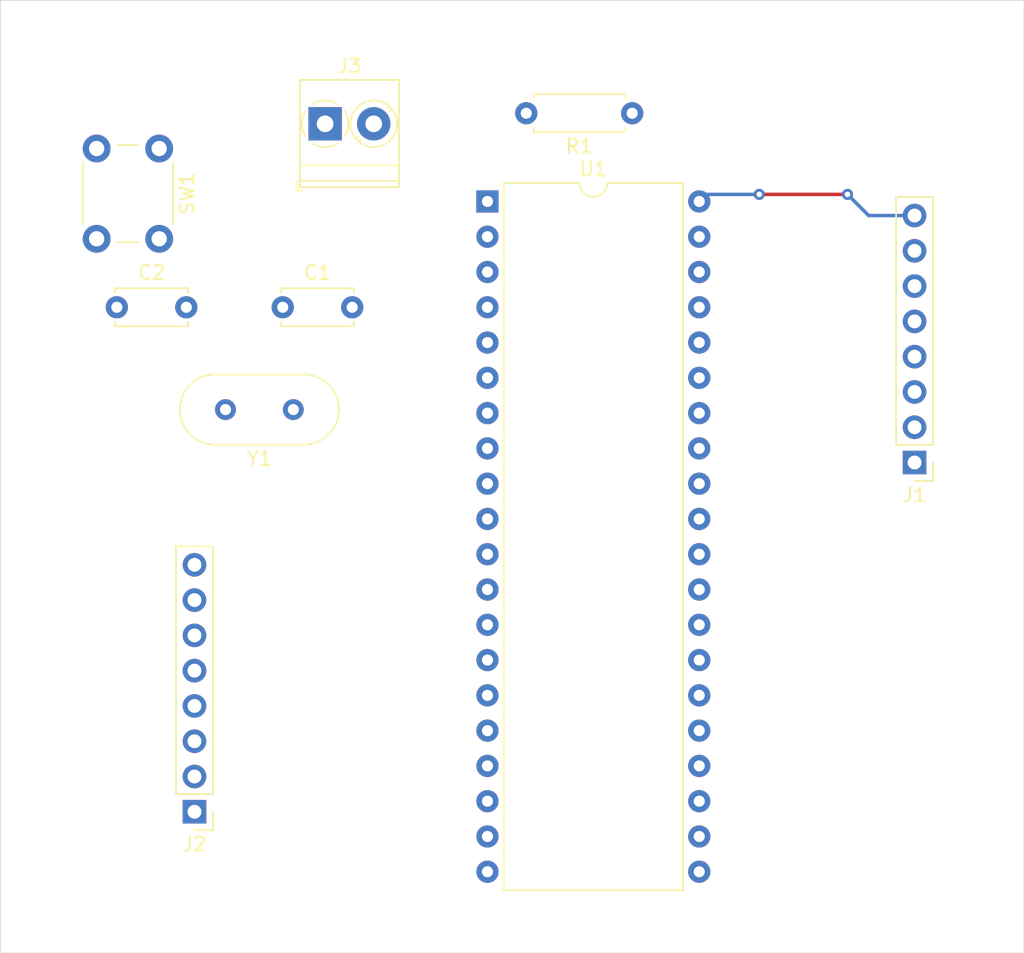
<source format=kicad_pcb>
(kicad_pcb (version 20171130) (host pcbnew "(5.1.4)-1")

  (general
    (thickness 1.6)
    (drawings 4)
    (tracks 7)
    (zones 0)
    (modules 9)
    (nets 39)
  )

  (page A4)
  (layers
    (0 F.Cu signal)
    (31 B.Cu signal)
    (32 B.Adhes user)
    (33 F.Adhes user)
    (34 B.Paste user)
    (35 F.Paste user)
    (36 B.SilkS user)
    (37 F.SilkS user)
    (38 B.Mask user)
    (39 F.Mask user)
    (40 Dwgs.User user)
    (41 Cmts.User user)
    (42 Eco1.User user)
    (43 Eco2.User user)
    (44 Edge.Cuts user)
    (45 Margin user)
    (46 B.CrtYd user)
    (47 F.CrtYd user)
    (48 B.Fab user)
    (49 F.Fab user)
  )

  (setup
    (last_trace_width 0.25)
    (trace_clearance 0.2)
    (zone_clearance 0.508)
    (zone_45_only no)
    (trace_min 0.2)
    (via_size 0.8)
    (via_drill 0.4)
    (via_min_size 0.4)
    (via_min_drill 0.3)
    (uvia_size 0.3)
    (uvia_drill 0.1)
    (uvias_allowed no)
    (uvia_min_size 0.2)
    (uvia_min_drill 0.1)
    (edge_width 0.05)
    (segment_width 0.2)
    (pcb_text_width 0.3)
    (pcb_text_size 1.5 1.5)
    (mod_edge_width 0.12)
    (mod_text_size 1 1)
    (mod_text_width 0.15)
    (pad_size 1.524 1.524)
    (pad_drill 0.762)
    (pad_to_mask_clearance 0.051)
    (solder_mask_min_width 0.25)
    (aux_axis_origin 0 0)
    (visible_elements 7FFFFFFF)
    (pcbplotparams
      (layerselection 0x010fc_ffffffff)
      (usegerberextensions false)
      (usegerberattributes false)
      (usegerberadvancedattributes false)
      (creategerberjobfile false)
      (excludeedgelayer true)
      (linewidth 0.100000)
      (plotframeref false)
      (viasonmask false)
      (mode 1)
      (useauxorigin false)
      (hpglpennumber 1)
      (hpglpenspeed 20)
      (hpglpendiameter 15.000000)
      (psnegative false)
      (psa4output false)
      (plotreference true)
      (plotvalue true)
      (plotinvisibletext false)
      (padsonsilk false)
      (subtractmaskfromsilk false)
      (outputformat 1)
      (mirror false)
      (drillshape 1)
      (scaleselection 1)
      (outputdirectory ""))
  )

  (net 0 "")
  (net 1 "Net-(C1-Pad1)")
  (net 2 GND)
  (net 3 "Net-(C2-Pad1)")
  (net 4 "Net-(J1-Pad1)")
  (net 5 "Net-(J1-Pad2)")
  (net 6 "Net-(J1-Pad3)")
  (net 7 "Net-(J1-Pad4)")
  (net 8 "Net-(J1-Pad5)")
  (net 9 "Net-(J1-Pad6)")
  (net 10 "Net-(J1-Pad7)")
  (net 11 "Net-(J1-Pad8)")
  (net 12 "Net-(J2-Pad8)")
  (net 13 "Net-(J2-Pad7)")
  (net 14 "Net-(J2-Pad6)")
  (net 15 "Net-(J2-Pad5)")
  (net 16 "Net-(J2-Pad4)")
  (net 17 "Net-(J2-Pad3)")
  (net 18 "Net-(J2-Pad2)")
  (net 19 "Net-(J2-Pad1)")
  (net 20 VDD)
  (net 21 "Net-(R1-Pad2)")
  (net 22 "Net-(U1-Pad3)")
  (net 23 "Net-(U1-Pad2)")
  (net 24 "Net-(U1-Pad4)")
  (net 25 "Net-(U1-Pad21)")
  (net 26 "Net-(U1-Pad22)")
  (net 27 "Net-(U1-Pad5)")
  (net 28 "Net-(U1-Pad6)")
  (net 29 "Net-(U1-Pad7)")
  (net 30 "Net-(U1-Pad27)")
  (net 31 "Net-(U1-Pad8)")
  (net 32 "Net-(U1-Pad28)")
  (net 33 "Net-(U1-Pad9)")
  (net 34 "Net-(U1-Pad29)")
  (net 35 "Net-(U1-Pad10)")
  (net 36 "Net-(U1-Pad30)")
  (net 37 "Net-(U1-Pad19)")
  (net 38 "Net-(U1-Pad20)")

  (net_class Default "Esta es la clase de red por defecto."
    (clearance 0.2)
    (trace_width 0.25)
    (via_dia 0.8)
    (via_drill 0.4)
    (uvia_dia 0.3)
    (uvia_drill 0.1)
    (add_net GND)
    (add_net "Net-(C1-Pad1)")
    (add_net "Net-(C2-Pad1)")
    (add_net "Net-(J1-Pad1)")
    (add_net "Net-(J1-Pad2)")
    (add_net "Net-(J1-Pad3)")
    (add_net "Net-(J1-Pad4)")
    (add_net "Net-(J1-Pad5)")
    (add_net "Net-(J1-Pad6)")
    (add_net "Net-(J1-Pad7)")
    (add_net "Net-(J1-Pad8)")
    (add_net "Net-(J2-Pad1)")
    (add_net "Net-(J2-Pad2)")
    (add_net "Net-(J2-Pad3)")
    (add_net "Net-(J2-Pad4)")
    (add_net "Net-(J2-Pad5)")
    (add_net "Net-(J2-Pad6)")
    (add_net "Net-(J2-Pad7)")
    (add_net "Net-(J2-Pad8)")
    (add_net "Net-(R1-Pad2)")
    (add_net "Net-(U1-Pad10)")
    (add_net "Net-(U1-Pad19)")
    (add_net "Net-(U1-Pad2)")
    (add_net "Net-(U1-Pad20)")
    (add_net "Net-(U1-Pad21)")
    (add_net "Net-(U1-Pad22)")
    (add_net "Net-(U1-Pad27)")
    (add_net "Net-(U1-Pad28)")
    (add_net "Net-(U1-Pad29)")
    (add_net "Net-(U1-Pad3)")
    (add_net "Net-(U1-Pad30)")
    (add_net "Net-(U1-Pad4)")
    (add_net "Net-(U1-Pad5)")
    (add_net "Net-(U1-Pad6)")
    (add_net "Net-(U1-Pad7)")
    (add_net "Net-(U1-Pad8)")
    (add_net "Net-(U1-Pad9)")
    (add_net VDD)
  )

  (module Capacitor_THT:C_Disc_D5.0mm_W2.5mm_P5.00mm (layer F.Cu) (tedit 5AE50EF0) (tstamp 5D5895A8)
    (at 86.36 67.818)
    (descr "C, Disc series, Radial, pin pitch=5.00mm, , diameter*width=5*2.5mm^2, Capacitor, http://cdn-reichelt.de/documents/datenblatt/B300/DS_KERKO_TC.pdf")
    (tags "C Disc series Radial pin pitch 5.00mm  diameter 5mm width 2.5mm Capacitor")
    (path /5D5980D8)
    (fp_text reference C1 (at 2.5 -2.5) (layer F.SilkS)
      (effects (font (size 1 1) (thickness 0.15)))
    )
    (fp_text value C (at 2.5 2.5) (layer F.Fab)
      (effects (font (size 1 1) (thickness 0.15)))
    )
    (fp_line (start 0 -1.25) (end 0 1.25) (layer F.Fab) (width 0.1))
    (fp_line (start 0 1.25) (end 5 1.25) (layer F.Fab) (width 0.1))
    (fp_line (start 5 1.25) (end 5 -1.25) (layer F.Fab) (width 0.1))
    (fp_line (start 5 -1.25) (end 0 -1.25) (layer F.Fab) (width 0.1))
    (fp_line (start -0.12 -1.37) (end 5.12 -1.37) (layer F.SilkS) (width 0.12))
    (fp_line (start -0.12 1.37) (end 5.12 1.37) (layer F.SilkS) (width 0.12))
    (fp_line (start -0.12 -1.37) (end -0.12 -1.055) (layer F.SilkS) (width 0.12))
    (fp_line (start -0.12 1.055) (end -0.12 1.37) (layer F.SilkS) (width 0.12))
    (fp_line (start 5.12 -1.37) (end 5.12 -1.055) (layer F.SilkS) (width 0.12))
    (fp_line (start 5.12 1.055) (end 5.12 1.37) (layer F.SilkS) (width 0.12))
    (fp_line (start -1.05 -1.5) (end -1.05 1.5) (layer F.CrtYd) (width 0.05))
    (fp_line (start -1.05 1.5) (end 6.05 1.5) (layer F.CrtYd) (width 0.05))
    (fp_line (start 6.05 1.5) (end 6.05 -1.5) (layer F.CrtYd) (width 0.05))
    (fp_line (start 6.05 -1.5) (end -1.05 -1.5) (layer F.CrtYd) (width 0.05))
    (fp_text user %R (at 2.5 0) (layer F.Fab)
      (effects (font (size 1 1) (thickness 0.15)))
    )
    (pad 1 thru_hole circle (at 0 0) (size 1.6 1.6) (drill 0.8) (layers *.Cu *.Mask)
      (net 1 "Net-(C1-Pad1)"))
    (pad 2 thru_hole circle (at 5 0) (size 1.6 1.6) (drill 0.8) (layers *.Cu *.Mask)
      (net 2 GND))
    (model ${KISYS3DMOD}/Capacitor_THT.3dshapes/C_Disc_D5.0mm_W2.5mm_P5.00mm.wrl
      (at (xyz 0 0 0))
      (scale (xyz 1 1 1))
      (rotate (xyz 0 0 0))
    )
  )

  (module Capacitor_THT:C_Disc_D5.0mm_W2.5mm_P5.00mm (layer F.Cu) (tedit 5AE50EF0) (tstamp 5D589E48)
    (at 74.422 67.818)
    (descr "C, Disc series, Radial, pin pitch=5.00mm, , diameter*width=5*2.5mm^2, Capacitor, http://cdn-reichelt.de/documents/datenblatt/B300/DS_KERKO_TC.pdf")
    (tags "C Disc series Radial pin pitch 5.00mm  diameter 5mm width 2.5mm Capacitor")
    (path /5D59897A)
    (fp_text reference C2 (at 2.5 -2.5) (layer F.SilkS)
      (effects (font (size 1 1) (thickness 0.15)))
    )
    (fp_text value C (at 2.5 2.5) (layer F.Fab)
      (effects (font (size 1 1) (thickness 0.15)))
    )
    (fp_text user %R (at 2.5 0) (layer F.Fab)
      (effects (font (size 1 1) (thickness 0.15)))
    )
    (fp_line (start 6.05 -1.5) (end -1.05 -1.5) (layer F.CrtYd) (width 0.05))
    (fp_line (start 6.05 1.5) (end 6.05 -1.5) (layer F.CrtYd) (width 0.05))
    (fp_line (start -1.05 1.5) (end 6.05 1.5) (layer F.CrtYd) (width 0.05))
    (fp_line (start -1.05 -1.5) (end -1.05 1.5) (layer F.CrtYd) (width 0.05))
    (fp_line (start 5.12 1.055) (end 5.12 1.37) (layer F.SilkS) (width 0.12))
    (fp_line (start 5.12 -1.37) (end 5.12 -1.055) (layer F.SilkS) (width 0.12))
    (fp_line (start -0.12 1.055) (end -0.12 1.37) (layer F.SilkS) (width 0.12))
    (fp_line (start -0.12 -1.37) (end -0.12 -1.055) (layer F.SilkS) (width 0.12))
    (fp_line (start -0.12 1.37) (end 5.12 1.37) (layer F.SilkS) (width 0.12))
    (fp_line (start -0.12 -1.37) (end 5.12 -1.37) (layer F.SilkS) (width 0.12))
    (fp_line (start 5 -1.25) (end 0 -1.25) (layer F.Fab) (width 0.1))
    (fp_line (start 5 1.25) (end 5 -1.25) (layer F.Fab) (width 0.1))
    (fp_line (start 0 1.25) (end 5 1.25) (layer F.Fab) (width 0.1))
    (fp_line (start 0 -1.25) (end 0 1.25) (layer F.Fab) (width 0.1))
    (pad 2 thru_hole circle (at 5 0) (size 1.6 1.6) (drill 0.8) (layers *.Cu *.Mask)
      (net 2 GND))
    (pad 1 thru_hole circle (at 0 0) (size 1.6 1.6) (drill 0.8) (layers *.Cu *.Mask)
      (net 3 "Net-(C2-Pad1)"))
    (model ${KISYS3DMOD}/Capacitor_THT.3dshapes/C_Disc_D5.0mm_W2.5mm_P5.00mm.wrl
      (at (xyz 0 0 0))
      (scale (xyz 1 1 1))
      (rotate (xyz 0 0 0))
    )
  )

  (module Connector_PinHeader_2.54mm:PinHeader_1x08_P2.54mm_Vertical (layer F.Cu) (tedit 59FED5CC) (tstamp 5D5895D9)
    (at 131.826 78.994 180)
    (descr "Through hole straight pin header, 1x08, 2.54mm pitch, single row")
    (tags "Through hole pin header THT 1x08 2.54mm single row")
    (path /5D5A263A)
    (fp_text reference J1 (at 0 -2.33) (layer F.SilkS)
      (effects (font (size 1 1) (thickness 0.15)))
    )
    (fp_text value Conn_01x08_Male (at 0 20.11) (layer F.Fab)
      (effects (font (size 1 1) (thickness 0.15)))
    )
    (fp_line (start -0.635 -1.27) (end 1.27 -1.27) (layer F.Fab) (width 0.1))
    (fp_line (start 1.27 -1.27) (end 1.27 19.05) (layer F.Fab) (width 0.1))
    (fp_line (start 1.27 19.05) (end -1.27 19.05) (layer F.Fab) (width 0.1))
    (fp_line (start -1.27 19.05) (end -1.27 -0.635) (layer F.Fab) (width 0.1))
    (fp_line (start -1.27 -0.635) (end -0.635 -1.27) (layer F.Fab) (width 0.1))
    (fp_line (start -1.33 19.11) (end 1.33 19.11) (layer F.SilkS) (width 0.12))
    (fp_line (start -1.33 1.27) (end -1.33 19.11) (layer F.SilkS) (width 0.12))
    (fp_line (start 1.33 1.27) (end 1.33 19.11) (layer F.SilkS) (width 0.12))
    (fp_line (start -1.33 1.27) (end 1.33 1.27) (layer F.SilkS) (width 0.12))
    (fp_line (start -1.33 0) (end -1.33 -1.33) (layer F.SilkS) (width 0.12))
    (fp_line (start -1.33 -1.33) (end 0 -1.33) (layer F.SilkS) (width 0.12))
    (fp_line (start -1.8 -1.8) (end -1.8 19.55) (layer F.CrtYd) (width 0.05))
    (fp_line (start -1.8 19.55) (end 1.8 19.55) (layer F.CrtYd) (width 0.05))
    (fp_line (start 1.8 19.55) (end 1.8 -1.8) (layer F.CrtYd) (width 0.05))
    (fp_line (start 1.8 -1.8) (end -1.8 -1.8) (layer F.CrtYd) (width 0.05))
    (fp_text user %R (at 0 8.89 90) (layer F.Fab)
      (effects (font (size 1 1) (thickness 0.15)))
    )
    (pad 1 thru_hole rect (at 0 0 180) (size 1.7 1.7) (drill 1) (layers *.Cu *.Mask)
      (net 4 "Net-(J1-Pad1)"))
    (pad 2 thru_hole oval (at 0 2.54 180) (size 1.7 1.7) (drill 1) (layers *.Cu *.Mask)
      (net 5 "Net-(J1-Pad2)"))
    (pad 3 thru_hole oval (at 0 5.08 180) (size 1.7 1.7) (drill 1) (layers *.Cu *.Mask)
      (net 6 "Net-(J1-Pad3)"))
    (pad 4 thru_hole oval (at 0 7.62 180) (size 1.7 1.7) (drill 1) (layers *.Cu *.Mask)
      (net 7 "Net-(J1-Pad4)"))
    (pad 5 thru_hole oval (at 0 10.16 180) (size 1.7 1.7) (drill 1) (layers *.Cu *.Mask)
      (net 8 "Net-(J1-Pad5)"))
    (pad 6 thru_hole oval (at 0 12.7 180) (size 1.7 1.7) (drill 1) (layers *.Cu *.Mask)
      (net 9 "Net-(J1-Pad6)"))
    (pad 7 thru_hole oval (at 0 15.24 180) (size 1.7 1.7) (drill 1) (layers *.Cu *.Mask)
      (net 10 "Net-(J1-Pad7)"))
    (pad 8 thru_hole oval (at 0 17.78 180) (size 1.7 1.7) (drill 1) (layers *.Cu *.Mask)
      (net 11 "Net-(J1-Pad8)"))
    (model ${KISYS3DMOD}/Connector_PinHeader_2.54mm.3dshapes/PinHeader_1x08_P2.54mm_Vertical.wrl
      (at (xyz 0 0 0))
      (scale (xyz 1 1 1))
      (rotate (xyz 0 0 0))
    )
  )

  (module Connector_PinHeader_2.54mm:PinHeader_1x08_P2.54mm_Vertical (layer F.Cu) (tedit 59FED5CC) (tstamp 5D5895F5)
    (at 80.01 104.14 180)
    (descr "Through hole straight pin header, 1x08, 2.54mm pitch, single row")
    (tags "Through hole pin header THT 1x08 2.54mm single row")
    (path /5D5A38D9)
    (fp_text reference J2 (at 0 -2.33) (layer F.SilkS)
      (effects (font (size 1 1) (thickness 0.15)))
    )
    (fp_text value Conn_01x08_Male (at 0 20.11) (layer F.Fab)
      (effects (font (size 1 1) (thickness 0.15)))
    )
    (fp_text user %R (at 0 8.89 90) (layer F.Fab)
      (effects (font (size 1 1) (thickness 0.15)))
    )
    (fp_line (start 1.8 -1.8) (end -1.8 -1.8) (layer F.CrtYd) (width 0.05))
    (fp_line (start 1.8 19.55) (end 1.8 -1.8) (layer F.CrtYd) (width 0.05))
    (fp_line (start -1.8 19.55) (end 1.8 19.55) (layer F.CrtYd) (width 0.05))
    (fp_line (start -1.8 -1.8) (end -1.8 19.55) (layer F.CrtYd) (width 0.05))
    (fp_line (start -1.33 -1.33) (end 0 -1.33) (layer F.SilkS) (width 0.12))
    (fp_line (start -1.33 0) (end -1.33 -1.33) (layer F.SilkS) (width 0.12))
    (fp_line (start -1.33 1.27) (end 1.33 1.27) (layer F.SilkS) (width 0.12))
    (fp_line (start 1.33 1.27) (end 1.33 19.11) (layer F.SilkS) (width 0.12))
    (fp_line (start -1.33 1.27) (end -1.33 19.11) (layer F.SilkS) (width 0.12))
    (fp_line (start -1.33 19.11) (end 1.33 19.11) (layer F.SilkS) (width 0.12))
    (fp_line (start -1.27 -0.635) (end -0.635 -1.27) (layer F.Fab) (width 0.1))
    (fp_line (start -1.27 19.05) (end -1.27 -0.635) (layer F.Fab) (width 0.1))
    (fp_line (start 1.27 19.05) (end -1.27 19.05) (layer F.Fab) (width 0.1))
    (fp_line (start 1.27 -1.27) (end 1.27 19.05) (layer F.Fab) (width 0.1))
    (fp_line (start -0.635 -1.27) (end 1.27 -1.27) (layer F.Fab) (width 0.1))
    (pad 8 thru_hole oval (at 0 17.78 180) (size 1.7 1.7) (drill 1) (layers *.Cu *.Mask)
      (net 12 "Net-(J2-Pad8)"))
    (pad 7 thru_hole oval (at 0 15.24 180) (size 1.7 1.7) (drill 1) (layers *.Cu *.Mask)
      (net 13 "Net-(J2-Pad7)"))
    (pad 6 thru_hole oval (at 0 12.7 180) (size 1.7 1.7) (drill 1) (layers *.Cu *.Mask)
      (net 14 "Net-(J2-Pad6)"))
    (pad 5 thru_hole oval (at 0 10.16 180) (size 1.7 1.7) (drill 1) (layers *.Cu *.Mask)
      (net 15 "Net-(J2-Pad5)"))
    (pad 4 thru_hole oval (at 0 7.62 180) (size 1.7 1.7) (drill 1) (layers *.Cu *.Mask)
      (net 16 "Net-(J2-Pad4)"))
    (pad 3 thru_hole oval (at 0 5.08 180) (size 1.7 1.7) (drill 1) (layers *.Cu *.Mask)
      (net 17 "Net-(J2-Pad3)"))
    (pad 2 thru_hole oval (at 0 2.54 180) (size 1.7 1.7) (drill 1) (layers *.Cu *.Mask)
      (net 18 "Net-(J2-Pad2)"))
    (pad 1 thru_hole rect (at 0 0 180) (size 1.7 1.7) (drill 1) (layers *.Cu *.Mask)
      (net 19 "Net-(J2-Pad1)"))
    (model ${KISYS3DMOD}/Connector_PinHeader_2.54mm.3dshapes/PinHeader_1x08_P2.54mm_Vertical.wrl
      (at (xyz 0 0 0))
      (scale (xyz 1 1 1))
      (rotate (xyz 0 0 0))
    )
  )

  (module TerminalBlock_Phoenix:TerminalBlock_Phoenix_PT-1,5-2-3.5-H_1x02_P3.50mm_Horizontal (layer F.Cu) (tedit 5B294F3F) (tstamp 5D58961F)
    (at 89.408 54.61)
    (descr "Terminal Block Phoenix PT-1,5-2-3.5-H, 2 pins, pitch 3.5mm, size 7x7.6mm^2, drill diamater 1.2mm, pad diameter 2.4mm, see , script-generated using https://github.com/pointhi/kicad-footprint-generator/scripts/TerminalBlock_Phoenix")
    (tags "THT Terminal Block Phoenix PT-1,5-2-3.5-H pitch 3.5mm size 7x7.6mm^2 drill 1.2mm pad 2.4mm")
    (path /5D5857F6)
    (fp_text reference J3 (at 1.75 -4.16) (layer F.SilkS)
      (effects (font (size 1 1) (thickness 0.15)))
    )
    (fp_text value Screw_Terminal_01x02 (at 1.75 5.56) (layer F.Fab)
      (effects (font (size 1 1) (thickness 0.15)))
    )
    (fp_arc (start 0 0) (end 0 1.68) (angle -32) (layer F.SilkS) (width 0.12))
    (fp_arc (start 0 0) (end 1.425 0.891) (angle -64) (layer F.SilkS) (width 0.12))
    (fp_arc (start 0 0) (end 0.866 -1.44) (angle -63) (layer F.SilkS) (width 0.12))
    (fp_arc (start 0 0) (end -1.44 -0.866) (angle -63) (layer F.SilkS) (width 0.12))
    (fp_arc (start 0 0) (end -0.866 1.44) (angle -32) (layer F.SilkS) (width 0.12))
    (fp_circle (center 0 0) (end 1.5 0) (layer F.Fab) (width 0.1))
    (fp_circle (center 3.5 0) (end 5 0) (layer F.Fab) (width 0.1))
    (fp_circle (center 3.5 0) (end 5.18 0) (layer F.SilkS) (width 0.12))
    (fp_line (start -1.75 -3.1) (end 5.25 -3.1) (layer F.Fab) (width 0.1))
    (fp_line (start 5.25 -3.1) (end 5.25 4.5) (layer F.Fab) (width 0.1))
    (fp_line (start 5.25 4.5) (end -1.35 4.5) (layer F.Fab) (width 0.1))
    (fp_line (start -1.35 4.5) (end -1.75 4.1) (layer F.Fab) (width 0.1))
    (fp_line (start -1.75 4.1) (end -1.75 -3.1) (layer F.Fab) (width 0.1))
    (fp_line (start -1.75 4.1) (end 5.25 4.1) (layer F.Fab) (width 0.1))
    (fp_line (start -1.81 4.1) (end 5.31 4.1) (layer F.SilkS) (width 0.12))
    (fp_line (start -1.75 3) (end 5.25 3) (layer F.Fab) (width 0.1))
    (fp_line (start -1.81 3) (end 5.31 3) (layer F.SilkS) (width 0.12))
    (fp_line (start -1.81 -3.16) (end 5.31 -3.16) (layer F.SilkS) (width 0.12))
    (fp_line (start -1.81 4.56) (end 5.31 4.56) (layer F.SilkS) (width 0.12))
    (fp_line (start -1.81 -3.16) (end -1.81 4.56) (layer F.SilkS) (width 0.12))
    (fp_line (start 5.31 -3.16) (end 5.31 4.56) (layer F.SilkS) (width 0.12))
    (fp_line (start 1.138 -0.955) (end -0.955 1.138) (layer F.Fab) (width 0.1))
    (fp_line (start 0.955 -1.138) (end -1.138 0.955) (layer F.Fab) (width 0.1))
    (fp_line (start 4.638 -0.955) (end 2.546 1.138) (layer F.Fab) (width 0.1))
    (fp_line (start 4.455 -1.138) (end 2.363 0.955) (layer F.Fab) (width 0.1))
    (fp_line (start 4.775 -1.069) (end 4.646 -0.941) (layer F.SilkS) (width 0.12))
    (fp_line (start 2.525 1.181) (end 2.431 1.274) (layer F.SilkS) (width 0.12))
    (fp_line (start 4.57 -1.275) (end 4.476 -1.181) (layer F.SilkS) (width 0.12))
    (fp_line (start 2.355 0.941) (end 2.226 1.069) (layer F.SilkS) (width 0.12))
    (fp_line (start -2.05 4.16) (end -2.05 4.8) (layer F.SilkS) (width 0.12))
    (fp_line (start -2.05 4.8) (end -1.65 4.8) (layer F.SilkS) (width 0.12))
    (fp_line (start -2.25 -3.6) (end -2.25 5) (layer F.CrtYd) (width 0.05))
    (fp_line (start -2.25 5) (end 5.75 5) (layer F.CrtYd) (width 0.05))
    (fp_line (start 5.75 5) (end 5.75 -3.6) (layer F.CrtYd) (width 0.05))
    (fp_line (start 5.75 -3.6) (end -2.25 -3.6) (layer F.CrtYd) (width 0.05))
    (fp_text user %R (at 1.75 2.4) (layer F.Fab)
      (effects (font (size 1 1) (thickness 0.15)))
    )
    (pad 1 thru_hole rect (at 0 0) (size 2.4 2.4) (drill 1.2) (layers *.Cu *.Mask)
      (net 20 VDD))
    (pad 2 thru_hole circle (at 3.5 0) (size 2.4 2.4) (drill 1.2) (layers *.Cu *.Mask)
      (net 2 GND))
    (model ${KISYS3DMOD}/TerminalBlock_Phoenix.3dshapes/TerminalBlock_Phoenix_PT-1,5-2-3.5-H_1x02_P3.50mm_Horizontal.wrl
      (at (xyz 0 0 0))
      (scale (xyz 1 1 1))
      (rotate (xyz 0 0 0))
    )
  )

  (module Resistor_THT:R_Axial_DIN0207_L6.3mm_D2.5mm_P7.62mm_Horizontal (layer F.Cu) (tedit 5AE5139B) (tstamp 5D589636)
    (at 111.506 53.848 180)
    (descr "Resistor, Axial_DIN0207 series, Axial, Horizontal, pin pitch=7.62mm, 0.25W = 1/4W, length*diameter=6.3*2.5mm^2, http://cdn-reichelt.de/documents/datenblatt/B400/1_4W%23YAG.pdf")
    (tags "Resistor Axial_DIN0207 series Axial Horizontal pin pitch 7.62mm 0.25W = 1/4W length 6.3mm diameter 2.5mm")
    (path /5D5A13A0)
    (fp_text reference R1 (at 3.81 -2.37) (layer F.SilkS)
      (effects (font (size 1 1) (thickness 0.15)))
    )
    (fp_text value R_Small (at 3.81 2.37) (layer F.Fab)
      (effects (font (size 1 1) (thickness 0.15)))
    )
    (fp_line (start 0.66 -1.25) (end 0.66 1.25) (layer F.Fab) (width 0.1))
    (fp_line (start 0.66 1.25) (end 6.96 1.25) (layer F.Fab) (width 0.1))
    (fp_line (start 6.96 1.25) (end 6.96 -1.25) (layer F.Fab) (width 0.1))
    (fp_line (start 6.96 -1.25) (end 0.66 -1.25) (layer F.Fab) (width 0.1))
    (fp_line (start 0 0) (end 0.66 0) (layer F.Fab) (width 0.1))
    (fp_line (start 7.62 0) (end 6.96 0) (layer F.Fab) (width 0.1))
    (fp_line (start 0.54 -1.04) (end 0.54 -1.37) (layer F.SilkS) (width 0.12))
    (fp_line (start 0.54 -1.37) (end 7.08 -1.37) (layer F.SilkS) (width 0.12))
    (fp_line (start 7.08 -1.37) (end 7.08 -1.04) (layer F.SilkS) (width 0.12))
    (fp_line (start 0.54 1.04) (end 0.54 1.37) (layer F.SilkS) (width 0.12))
    (fp_line (start 0.54 1.37) (end 7.08 1.37) (layer F.SilkS) (width 0.12))
    (fp_line (start 7.08 1.37) (end 7.08 1.04) (layer F.SilkS) (width 0.12))
    (fp_line (start -1.05 -1.5) (end -1.05 1.5) (layer F.CrtYd) (width 0.05))
    (fp_line (start -1.05 1.5) (end 8.67 1.5) (layer F.CrtYd) (width 0.05))
    (fp_line (start 8.67 1.5) (end 8.67 -1.5) (layer F.CrtYd) (width 0.05))
    (fp_line (start 8.67 -1.5) (end -1.05 -1.5) (layer F.CrtYd) (width 0.05))
    (fp_text user %R (at 3.81 0) (layer F.Fab)
      (effects (font (size 1 1) (thickness 0.15)))
    )
    (pad 1 thru_hole circle (at 0 0 180) (size 1.6 1.6) (drill 0.8) (layers *.Cu *.Mask)
      (net 20 VDD))
    (pad 2 thru_hole oval (at 7.62 0 180) (size 1.6 1.6) (drill 0.8) (layers *.Cu *.Mask)
      (net 21 "Net-(R1-Pad2)"))
    (model ${KISYS3DMOD}/Resistor_THT.3dshapes/R_Axial_DIN0207_L6.3mm_D2.5mm_P7.62mm_Horizontal.wrl
      (at (xyz 0 0 0))
      (scale (xyz 1 1 1))
      (rotate (xyz 0 0 0))
    )
  )

  (module Button_Switch_THT:SW_PUSH_6mm_H4.3mm (layer F.Cu) (tedit 5A02FE31) (tstamp 5D589D14)
    (at 77.47 56.388 270)
    (descr "tactile push button, 6x6mm e.g. PHAP33xx series, height=4.3mm")
    (tags "tact sw push 6mm")
    (path /5D59EF60)
    (fp_text reference SW1 (at 3.25 -2 90) (layer F.SilkS)
      (effects (font (size 1 1) (thickness 0.15)))
    )
    (fp_text value SW_Push (at 3.75 6.7 90) (layer F.Fab)
      (effects (font (size 1 1) (thickness 0.15)))
    )
    (fp_text user %R (at 3.25 2.25 90) (layer F.Fab)
      (effects (font (size 1 1) (thickness 0.15)))
    )
    (fp_line (start 3.25 -0.75) (end 6.25 -0.75) (layer F.Fab) (width 0.1))
    (fp_line (start 6.25 -0.75) (end 6.25 5.25) (layer F.Fab) (width 0.1))
    (fp_line (start 6.25 5.25) (end 0.25 5.25) (layer F.Fab) (width 0.1))
    (fp_line (start 0.25 5.25) (end 0.25 -0.75) (layer F.Fab) (width 0.1))
    (fp_line (start 0.25 -0.75) (end 3.25 -0.75) (layer F.Fab) (width 0.1))
    (fp_line (start 7.75 6) (end 8 6) (layer F.CrtYd) (width 0.05))
    (fp_line (start 8 6) (end 8 5.75) (layer F.CrtYd) (width 0.05))
    (fp_line (start 7.75 -1.5) (end 8 -1.5) (layer F.CrtYd) (width 0.05))
    (fp_line (start 8 -1.5) (end 8 -1.25) (layer F.CrtYd) (width 0.05))
    (fp_line (start -1.5 -1.25) (end -1.5 -1.5) (layer F.CrtYd) (width 0.05))
    (fp_line (start -1.5 -1.5) (end -1.25 -1.5) (layer F.CrtYd) (width 0.05))
    (fp_line (start -1.5 5.75) (end -1.5 6) (layer F.CrtYd) (width 0.05))
    (fp_line (start -1.5 6) (end -1.25 6) (layer F.CrtYd) (width 0.05))
    (fp_line (start -1.25 -1.5) (end 7.75 -1.5) (layer F.CrtYd) (width 0.05))
    (fp_line (start -1.5 5.75) (end -1.5 -1.25) (layer F.CrtYd) (width 0.05))
    (fp_line (start 7.75 6) (end -1.25 6) (layer F.CrtYd) (width 0.05))
    (fp_line (start 8 -1.25) (end 8 5.75) (layer F.CrtYd) (width 0.05))
    (fp_line (start 1 5.5) (end 5.5 5.5) (layer F.SilkS) (width 0.12))
    (fp_line (start -0.25 1.5) (end -0.25 3) (layer F.SilkS) (width 0.12))
    (fp_line (start 5.5 -1) (end 1 -1) (layer F.SilkS) (width 0.12))
    (fp_line (start 6.75 3) (end 6.75 1.5) (layer F.SilkS) (width 0.12))
    (fp_circle (center 3.25 2.25) (end 1.25 2.5) (layer F.Fab) (width 0.1))
    (pad 2 thru_hole circle (at 0 4.5) (size 2 2) (drill 1.1) (layers *.Cu *.Mask)
      (net 21 "Net-(R1-Pad2)"))
    (pad 1 thru_hole circle (at 0 0) (size 2 2) (drill 1.1) (layers *.Cu *.Mask)
      (net 2 GND))
    (pad 2 thru_hole circle (at 6.5 4.5) (size 2 2) (drill 1.1) (layers *.Cu *.Mask)
      (net 21 "Net-(R1-Pad2)"))
    (pad 1 thru_hole circle (at 6.5 0) (size 2 2) (drill 1.1) (layers *.Cu *.Mask)
      (net 2 GND))
    (model ${KISYS3DMOD}/Button_Switch_THT.3dshapes/SW_PUSH_6mm_H4.3mm.wrl
      (at (xyz 0 0 0))
      (scale (xyz 1 1 1))
      (rotate (xyz 0 0 0))
    )
  )

  (module Crystal:Crystal_HC49-4H_Vertical (layer F.Cu) (tedit 5A1AD3B7) (tstamp 5D589684)
    (at 87.122 75.184 180)
    (descr "Crystal THT HC-49-4H http://5hertz.com/pdfs/04404_D.pdf")
    (tags "THT crystalHC-49-4H")
    (path /5D595AFF)
    (fp_text reference Y1 (at 2.44 -3.525) (layer F.SilkS)
      (effects (font (size 1 1) (thickness 0.15)))
    )
    (fp_text value Crystal_Small (at 2.44 3.525) (layer F.Fab)
      (effects (font (size 1 1) (thickness 0.15)))
    )
    (fp_text user %R (at 2.44 0) (layer F.Fab)
      (effects (font (size 1 1) (thickness 0.15)))
    )
    (fp_line (start -0.76 -2.325) (end 5.64 -2.325) (layer F.Fab) (width 0.1))
    (fp_line (start -0.76 2.325) (end 5.64 2.325) (layer F.Fab) (width 0.1))
    (fp_line (start -0.56 -2) (end 5.44 -2) (layer F.Fab) (width 0.1))
    (fp_line (start -0.56 2) (end 5.44 2) (layer F.Fab) (width 0.1))
    (fp_line (start -0.76 -2.525) (end 5.64 -2.525) (layer F.SilkS) (width 0.12))
    (fp_line (start -0.76 2.525) (end 5.64 2.525) (layer F.SilkS) (width 0.12))
    (fp_line (start -3.6 -2.8) (end -3.6 2.8) (layer F.CrtYd) (width 0.05))
    (fp_line (start -3.6 2.8) (end 8.5 2.8) (layer F.CrtYd) (width 0.05))
    (fp_line (start 8.5 2.8) (end 8.5 -2.8) (layer F.CrtYd) (width 0.05))
    (fp_line (start 8.5 -2.8) (end -3.6 -2.8) (layer F.CrtYd) (width 0.05))
    (fp_arc (start -0.76 0) (end -0.76 -2.325) (angle -180) (layer F.Fab) (width 0.1))
    (fp_arc (start 5.64 0) (end 5.64 -2.325) (angle 180) (layer F.Fab) (width 0.1))
    (fp_arc (start -0.56 0) (end -0.56 -2) (angle -180) (layer F.Fab) (width 0.1))
    (fp_arc (start 5.44 0) (end 5.44 -2) (angle 180) (layer F.Fab) (width 0.1))
    (fp_arc (start -0.76 0) (end -0.76 -2.525) (angle -180) (layer F.SilkS) (width 0.12))
    (fp_arc (start 5.64 0) (end 5.64 -2.525) (angle 180) (layer F.SilkS) (width 0.12))
    (pad 1 thru_hole circle (at 0 0 180) (size 1.5 1.5) (drill 0.8) (layers *.Cu *.Mask)
      (net 1 "Net-(C1-Pad1)"))
    (pad 2 thru_hole circle (at 4.88 0 180) (size 1.5 1.5) (drill 0.8) (layers *.Cu *.Mask)
      (net 3 "Net-(C2-Pad1)"))
    (model ${KISYS3DMOD}/Crystal.3dshapes/Crystal_HC49-4H_Vertical.wrl
      (at (xyz 0 0 0))
      (scale (xyz 1 1 1))
      (rotate (xyz 0 0 0))
    )
  )

  (module Package_DIP:DIP-40_W15.24mm (layer F.Cu) (tedit 5A02E8C5) (tstamp 5D589A12)
    (at 101.092 60.198)
    (descr "40-lead though-hole mounted DIP package, row spacing 15.24 mm (600 mils)")
    (tags "THT DIP DIL PDIP 2.54mm 15.24mm 600mil")
    (path /5D596705)
    (fp_text reference U1 (at 7.62 -2.33) (layer F.SilkS)
      (effects (font (size 1 1) (thickness 0.15)))
    )
    (fp_text value PIC16F877A-IP (at 7.62 50.59) (layer F.Fab)
      (effects (font (size 1 1) (thickness 0.15)))
    )
    (fp_arc (start 7.62 -1.33) (end 6.62 -1.33) (angle -180) (layer F.SilkS) (width 0.12))
    (fp_line (start 1.255 -1.27) (end 14.985 -1.27) (layer F.Fab) (width 0.1))
    (fp_line (start 14.985 -1.27) (end 14.985 49.53) (layer F.Fab) (width 0.1))
    (fp_line (start 14.985 49.53) (end 0.255 49.53) (layer F.Fab) (width 0.1))
    (fp_line (start 0.255 49.53) (end 0.255 -0.27) (layer F.Fab) (width 0.1))
    (fp_line (start 0.255 -0.27) (end 1.255 -1.27) (layer F.Fab) (width 0.1))
    (fp_line (start 6.62 -1.33) (end 1.16 -1.33) (layer F.SilkS) (width 0.12))
    (fp_line (start 1.16 -1.33) (end 1.16 49.59) (layer F.SilkS) (width 0.12))
    (fp_line (start 1.16 49.59) (end 14.08 49.59) (layer F.SilkS) (width 0.12))
    (fp_line (start 14.08 49.59) (end 14.08 -1.33) (layer F.SilkS) (width 0.12))
    (fp_line (start 14.08 -1.33) (end 8.62 -1.33) (layer F.SilkS) (width 0.12))
    (fp_line (start -1.05 -1.55) (end -1.05 49.8) (layer F.CrtYd) (width 0.05))
    (fp_line (start -1.05 49.8) (end 16.3 49.8) (layer F.CrtYd) (width 0.05))
    (fp_line (start 16.3 49.8) (end 16.3 -1.55) (layer F.CrtYd) (width 0.05))
    (fp_line (start 16.3 -1.55) (end -1.05 -1.55) (layer F.CrtYd) (width 0.05))
    (fp_text user %R (at 7.62 24.13) (layer F.Fab)
      (effects (font (size 1 1) (thickness 0.15)))
    )
    (pad 1 thru_hole rect (at 0 0) (size 1.6 1.6) (drill 0.8) (layers *.Cu *.Mask)
      (net 21 "Net-(R1-Pad2)"))
    (pad 21 thru_hole oval (at 15.24 48.26) (size 1.6 1.6) (drill 0.8) (layers *.Cu *.Mask)
      (net 25 "Net-(U1-Pad21)"))
    (pad 2 thru_hole oval (at 0 2.54) (size 1.6 1.6) (drill 0.8) (layers *.Cu *.Mask)
      (net 23 "Net-(U1-Pad2)"))
    (pad 22 thru_hole oval (at 15.24 45.72) (size 1.6 1.6) (drill 0.8) (layers *.Cu *.Mask)
      (net 26 "Net-(U1-Pad22)"))
    (pad 3 thru_hole oval (at 0 5.08) (size 1.6 1.6) (drill 0.8) (layers *.Cu *.Mask)
      (net 22 "Net-(U1-Pad3)"))
    (pad 23 thru_hole oval (at 15.24 43.18) (size 1.6 1.6) (drill 0.8) (layers *.Cu *.Mask)
      (net 15 "Net-(J2-Pad5)"))
    (pad 4 thru_hole oval (at 0 7.62) (size 1.6 1.6) (drill 0.8) (layers *.Cu *.Mask)
      (net 24 "Net-(U1-Pad4)"))
    (pad 24 thru_hole oval (at 15.24 40.64) (size 1.6 1.6) (drill 0.8) (layers *.Cu *.Mask)
      (net 14 "Net-(J2-Pad6)"))
    (pad 5 thru_hole oval (at 0 10.16) (size 1.6 1.6) (drill 0.8) (layers *.Cu *.Mask)
      (net 27 "Net-(U1-Pad5)"))
    (pad 25 thru_hole oval (at 15.24 38.1) (size 1.6 1.6) (drill 0.8) (layers *.Cu *.Mask)
      (net 13 "Net-(J2-Pad7)"))
    (pad 6 thru_hole oval (at 0 12.7) (size 1.6 1.6) (drill 0.8) (layers *.Cu *.Mask)
      (net 28 "Net-(U1-Pad6)"))
    (pad 26 thru_hole oval (at 15.24 35.56) (size 1.6 1.6) (drill 0.8) (layers *.Cu *.Mask)
      (net 12 "Net-(J2-Pad8)"))
    (pad 7 thru_hole oval (at 0 15.24) (size 1.6 1.6) (drill 0.8) (layers *.Cu *.Mask)
      (net 29 "Net-(U1-Pad7)"))
    (pad 27 thru_hole oval (at 15.24 33.02) (size 1.6 1.6) (drill 0.8) (layers *.Cu *.Mask)
      (net 30 "Net-(U1-Pad27)"))
    (pad 8 thru_hole oval (at 0 17.78) (size 1.6 1.6) (drill 0.8) (layers *.Cu *.Mask)
      (net 31 "Net-(U1-Pad8)"))
    (pad 28 thru_hole oval (at 15.24 30.48) (size 1.6 1.6) (drill 0.8) (layers *.Cu *.Mask)
      (net 32 "Net-(U1-Pad28)"))
    (pad 9 thru_hole oval (at 0 20.32) (size 1.6 1.6) (drill 0.8) (layers *.Cu *.Mask)
      (net 33 "Net-(U1-Pad9)"))
    (pad 29 thru_hole oval (at 15.24 27.94) (size 1.6 1.6) (drill 0.8) (layers *.Cu *.Mask)
      (net 34 "Net-(U1-Pad29)"))
    (pad 10 thru_hole oval (at 0 22.86) (size 1.6 1.6) (drill 0.8) (layers *.Cu *.Mask)
      (net 35 "Net-(U1-Pad10)"))
    (pad 30 thru_hole oval (at 15.24 25.4) (size 1.6 1.6) (drill 0.8) (layers *.Cu *.Mask)
      (net 36 "Net-(U1-Pad30)"))
    (pad 11 thru_hole oval (at 0 25.4) (size 1.6 1.6) (drill 0.8) (layers *.Cu *.Mask)
      (net 20 VDD))
    (pad 31 thru_hole oval (at 15.24 22.86) (size 1.6 1.6) (drill 0.8) (layers *.Cu *.Mask)
      (net 2 GND))
    (pad 12 thru_hole oval (at 0 27.94) (size 1.6 1.6) (drill 0.8) (layers *.Cu *.Mask)
      (net 2 GND))
    (pad 32 thru_hole oval (at 15.24 20.32) (size 1.6 1.6) (drill 0.8) (layers *.Cu *.Mask)
      (net 20 VDD))
    (pad 13 thru_hole oval (at 0 30.48) (size 1.6 1.6) (drill 0.8) (layers *.Cu *.Mask)
      (net 1 "Net-(C1-Pad1)"))
    (pad 33 thru_hole oval (at 15.24 17.78) (size 1.6 1.6) (drill 0.8) (layers *.Cu *.Mask)
      (net 4 "Net-(J1-Pad1)"))
    (pad 14 thru_hole oval (at 0 33.02) (size 1.6 1.6) (drill 0.8) (layers *.Cu *.Mask)
      (net 3 "Net-(C2-Pad1)"))
    (pad 34 thru_hole oval (at 15.24 15.24) (size 1.6 1.6) (drill 0.8) (layers *.Cu *.Mask)
      (net 5 "Net-(J1-Pad2)"))
    (pad 15 thru_hole oval (at 0 35.56) (size 1.6 1.6) (drill 0.8) (layers *.Cu *.Mask)
      (net 19 "Net-(J2-Pad1)"))
    (pad 35 thru_hole oval (at 15.24 12.7) (size 1.6 1.6) (drill 0.8) (layers *.Cu *.Mask)
      (net 6 "Net-(J1-Pad3)"))
    (pad 16 thru_hole oval (at 0 38.1) (size 1.6 1.6) (drill 0.8) (layers *.Cu *.Mask)
      (net 18 "Net-(J2-Pad2)"))
    (pad 36 thru_hole oval (at 15.24 10.16) (size 1.6 1.6) (drill 0.8) (layers *.Cu *.Mask)
      (net 7 "Net-(J1-Pad4)"))
    (pad 17 thru_hole oval (at 0 40.64) (size 1.6 1.6) (drill 0.8) (layers *.Cu *.Mask)
      (net 17 "Net-(J2-Pad3)"))
    (pad 37 thru_hole oval (at 15.24 7.62) (size 1.6 1.6) (drill 0.8) (layers *.Cu *.Mask)
      (net 8 "Net-(J1-Pad5)"))
    (pad 18 thru_hole oval (at 0 43.18) (size 1.6 1.6) (drill 0.8) (layers *.Cu *.Mask)
      (net 16 "Net-(J2-Pad4)"))
    (pad 38 thru_hole oval (at 15.24 5.08) (size 1.6 1.6) (drill 0.8) (layers *.Cu *.Mask)
      (net 9 "Net-(J1-Pad6)"))
    (pad 19 thru_hole oval (at 0 45.72) (size 1.6 1.6) (drill 0.8) (layers *.Cu *.Mask)
      (net 37 "Net-(U1-Pad19)"))
    (pad 39 thru_hole oval (at 15.24 2.54) (size 1.6 1.6) (drill 0.8) (layers *.Cu *.Mask)
      (net 10 "Net-(J1-Pad7)"))
    (pad 20 thru_hole oval (at 0 48.26) (size 1.6 1.6) (drill 0.8) (layers *.Cu *.Mask)
      (net 38 "Net-(U1-Pad20)"))
    (pad 40 thru_hole oval (at 15.24 0) (size 1.6 1.6) (drill 0.8) (layers *.Cu *.Mask)
      (net 11 "Net-(J1-Pad8)"))
    (model ${KISYS3DMOD}/Package_DIP.3dshapes/DIP-40_W15.24mm.wrl
      (at (xyz 0 0 0))
      (scale (xyz 1 1 1))
      (rotate (xyz 0 0 0))
    )
  )

  (gr_line (start 66.04 45.72) (end 66.04 114.3) (layer Edge.Cuts) (width 0.05) (tstamp 5D58A0B1))
  (gr_line (start 139.7 45.72) (end 66.04 45.72) (layer Edge.Cuts) (width 0.05))
  (gr_line (start 139.7 114.3) (end 139.7 45.72) (layer Edge.Cuts) (width 0.05))
  (gr_line (start 66.04 114.3) (end 139.7 114.3) (layer Edge.Cuts) (width 0.05))

  (via (at 127 59.69) (size 0.8) (drill 0.4) (layers F.Cu B.Cu) (net 11))
  (segment (start 131.826 61.214) (end 128.524 61.214) (width 0.25) (layer B.Cu) (net 11))
  (segment (start 128.524 61.214) (end 127 59.69) (width 0.25) (layer B.Cu) (net 11))
  (via (at 120.65 59.69) (size 0.8) (drill 0.4) (layers F.Cu B.Cu) (net 11))
  (segment (start 127 59.69) (end 120.65 59.69) (width 0.25) (layer F.Cu) (net 11))
  (segment (start 116.84 59.69) (end 116.332 60.198) (width 0.25) (layer B.Cu) (net 11))
  (segment (start 120.65 59.69) (end 116.84 59.69) (width 0.25) (layer B.Cu) (net 11))

)

</source>
